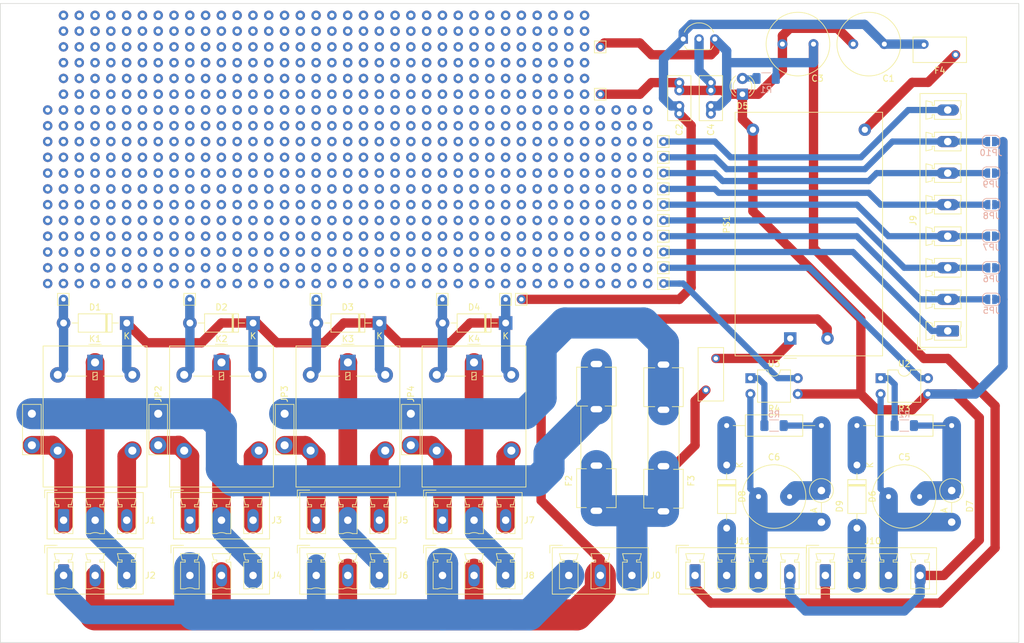
<source format=kicad_pcb>
(kicad_pcb (version 20241229) (generator "pcbnew") (generator_version "9.0")
  (layers (0 "F.Cu" signal) (2 "B.Cu" signal) (13 "F.Paste" user) (15 "B.Paste" user) (5 "F.SilkS" user "F.Silkscreen") (7 "B.SilkS" user "B.Silkscreen") (1 "F.Mask" user) (3 "B.Mask" user) (25 "Edge.Cuts" user))
  (net 0 "")
  (net 1 "VCC")
  (net 2 "GND")
  (net 3 "+5V")
  (net 4 "Net-(D7-K)")
  (net 5 "Net-(D7-A)")
  (net 6 "Net-(D9-K)")
  (net 7 "Net-(D9-A)")
  (net 8 "Net-(D1-A)")
  (net 9 "Net-(D2-A)")
  (net 10 "Net-(D3-A)")
  (net 11 "Net-(D4-A)")
  (net 12 "Net-(D5-A)")
  (net 13 "Net-(D6-K)")
  (net 14 "Net-(D6-A)")
  (net 15 "Net-(D8-K)")
  (net 16 "Net-(D8-A)")
  (net 17 "Net-(J0-Pin_3)")
  (net 18 "Net-(PS1-AC{slash}L)")
  (net 19 "L_K12")
  (net 20 "L_K34")
  (net 21 "NEUT")
  (net 22 "Earth_Protective")
  (net 23 "Net-(J1-Pin_1)")
  (net 24 "Net-(J1-Pin_2)")
  (net 25 "Net-(J1-Pin_3)")
  (net 26 "Net-(J3-Pin_1)")
  (net 27 "Net-(J3-Pin_2)")
  (net 28 "Net-(J3-Pin_3)")
  (net 29 "Net-(J5-Pin_1)")
  (net 30 "Net-(J5-Pin_2)")
  (net 31 "Net-(J5-Pin_3)")
  (net 32 "Net-(J7-Pin_1)")
  (net 33 "Net-(J7-Pin_2)")
  (net 34 "Net-(J7-Pin_3)")
  (net 35 "Net-(J9-Pin_1)")
  (net 36 "Net-(J9-Pin_2)")
  (net 37 "Net-(J9-Pin_3)")
  (net 38 "Net-(J9-Pin_4)")
  (net 39 "Net-(J9-Pin_5)")
  (net 40 "Net-(J9-Pin_6)")
  (net 41 "Net-(J9-Pin_7)")
  (net 42 "Net-(J9-Pin_8)")
  (net 43 "Net-(R2-Pad2)")
  (net 44 "Net-(R5-Pad2)")
  (net 45 "Net-(TP17-Pad1)")
  (net 46 "Net-(PS1-+Vout)")
  (net 47 "Net-(TP19-Pad1)")
  (net 48 "COM_RELAY")
  (footprint "Resistor_THT:R_Axial_DIN0309_L9.0mm_D3.2mm_P15.24mm_Horizontal" (layer "F.Cu") (at 198.755 111.125)
    (property "Reference" "R3")
    (property "Value" "100k/3W")
  )
  (footprint "" (layer "F.Cu") (at 68.58 65.405)
    (property "Reference" "")
    (property "Value" "")
  )
  (footprint "" (layer "F.Cu") (at 68.58 60.325)
    (property "Reference" "")
    (property "Value" "")
  )
  (footprint "Diode_THT:D_DO-41_SOD81_P10.16mm_Horizontal" (layer "F.Cu") (at 198.755 117.475 -90)
    (property "Reference" "D6")
    (property "Value" "D")
  )
  (footprint "Fuse:Fuse_BelFuse_0ZRE0005FF_L8.3mm_W3.8mm" (layer "F.Cu") (at 174.46 105.42 90)
    (property "Reference" "F1" (hide yes))
    (property "Value" "INT")
  )
  (footprint "Connector_Pin:Pin_D0.7mm_L6.5mm_W1.8mm_FlatFork" (layer "F.Cu") (at 167.64 78.105)
    (property "Reference" "TP11" (hide yes))
    (property "Value" "TestPoint" (hide yes))
  )
  (footprint "" (layer "F.Cu") (at 68.58 62.865)
    (property "Reference" "")
    (property "Value" "")
  )
  (footprint "Diode_THT:D_DO-41_SOD81_P10.16mm_Horizontal" (layer "F.Cu") (at 81.2975 94.615 180)
    (property "Reference" "D1")
    (property "Value" "1N4007")
  )
  (footprint "Diode_THT:D_DO-41_SOD81_P10.16mm_Horizontal" (layer "F.Cu") (at 177.8 117.475 -90)
    (property "Reference" "D8")
    (property "Value" "D")
  )
  (footprint "" (layer "F.Cu") (at 68.58 67.945)
    (property "Reference" "")
    (property "Value" "")
  )
  (footprint "Connector_Phoenix_MC_HighVoltage:PhoenixContact_MCV_1,5_8-G-5.08_1x08_P5.08mm_Vertical" (layer "F.Cu") (at 213.36 95.885 90)
    (property "Reference" "J9")
    (property "Value" "IO")
  )
  (footprint "Connector_Phoenix_MC_HighVoltage:PhoenixContact_MCV_1,5_3-G-5.08_1x03_P5.08mm_Vertical" (layer "F.Cu") (at 152.4 135.255)
    (property "Reference" "J0")
    (property "Value" "AC IN")
  )
  (footprint "Connector_Pin:Pin_D0.7mm_L6.5mm_W1.8mm_FlatFork" (layer "F.Cu") (at 111.76 90.805)
    (property "Reference" "TP6" (hide yes))
    (property "Value" "TestPoint" (hide yes))
  )
  (footprint "Package_TO_SOT_THT:TO-92L_Inline_Wide" (layer "F.Cu") (at 170.815 48.895)
    (property "Reference" "U1" (hide yes))
    (property "Value" "L7805")
  )
  (footprint "Capacitor_THT:C_Radial_D10.0mm_H20.0mm_P5.00mm" (layer "F.Cu") (at 187.92 122.555 180)
    (property "Reference" "C6")
    (property "Value" "C_Polarized")
  )
  (footprint "Capacitor_THT:C_Radial_D10.0mm_H20.0mm_P5.00mm" (layer "F.Cu") (at 208.835 122.555 180)
    (property "Reference" "C5")
    (property "Value" "C_Polarized")
  )
  (footprint "" (layer "F.Cu") (at 68.58 73.025)
    (property "Reference" "")
    (property "Value" "")
  )
  (footprint "Connector_Pin:Pin_D0.7mm_L6.5mm_W1.8mm_FlatFork" (layer "F.Cu") (at 167.64 83.185)
    (property "Reference" "TP9" (hide yes))
    (property "Value" "TestPoint" (hide yes))
  )
  (footprint "Relay_THT:Relay_SPDT_Omron-G5LE-1" (layer "F.Cu") (at 96.5375 100.965)
    (property "Reference" "K2")
    (property "Value" "G5LE-1")
  )
  (footprint "Fuse:Fuseholder_Clip-5x20mm_Keystone_3512_Inline_P23.62x7.27mm_D1.02x1.57mm_Horizontal" (layer "F.Cu") (at 167.64 124.935 90)
    (property "Reference" "F3")
    (property "Value" "K34")
  )
  (footprint "Connector_Phoenix_MC_HighVoltage:PhoenixContact_MCV_1,5_3-G-5.08_1x03_P5.08mm_Vertical" (layer "F.Cu") (at 132.08875 126.365)
    (property "Reference" "J7")
    (property "Value" "K4_DRY")
  )
  (footprint "Connector_Pin:Pin_D0.7mm_L6.5mm_W1.8mm_FlatFork" (layer "F.Cu") (at 157.48 57.785)
    (property "Reference" "TP22" (hide yes))
    (property "Value" "TestPoint" (hide yes))
  )
  (footprint "MountingHole:MountingHole_2.2mm_M2" (layer "F.Cu") (at 161 54)
    (property "Reference" "H3" (hide yes))
    (property "Value" "MountingHole")
  )
  (footprint "Connector_Phoenix_MC_HighVoltage:PhoenixContact_MCV_1,5_3-G-5.08_1x03_P5.08mm_Vertical" (layer "F.Cu") (at 132.08875 135.255)
    (property "Reference" "J8")
    (property "Value" "K4_230VAC" (hide yes))
  )
  (footprint "Capacitor_THT:C_Radial_D10.0mm_H20.0mm_P5.00mm" (layer "F.Cu") (at 203.16 49.715 180)
    (property "Reference" "C1")
    (property "Value" "C_Polarized")
  )
  (footprint "" (layer "F.Cu") (at 68.58 75.565)
    (property "Reference" "")
    (property "Value" "")
  )
  (footprint "Connector_Pin:Pin_D0.7mm_L6.5mm_W1.8mm_FlatFork" (layer "F.Cu") (at 157.48 50.165)
    (property "Reference" "TP21" (hide yes))
    (property "Value" "TestPoint" (hide yes))
  )
  (footprint "Diode_THT:D_DO-41_SOD81_P10.16mm_Horizontal" (layer "F.Cu") (at 121.955 94.615 180)
    (property "Reference" "D3")
    (property "Value" "1N4007")
  )
  (footprint "Connector_Pin:Pin_D0.7mm_L6.5mm_W1.8mm_FlatFork" (layer "F.Cu") (at 167.64 85.725)
    (property "Reference" "TP17" (hide yes))
    (property "Value" "TestPoint" (hide yes))
  )
  (footprint "Diode_THT:D_DO-15_P5.08mm_Vertical_AnodeUp" (layer "F.Cu") (at 193.04 121.585 -90)
    (property "Reference" "D9")
    (property "Value" "5v1")
  )
  (footprint "" (layer "F.Cu") (at 68.58 85.725)
    (property "Reference" "")
    (property "Value" "")
  )
  (footprint "Connector_Pin:Pin_D0.7mm_L6.5mm_W1.8mm_FlatFork" (layer "F.Cu") (at 167.64 73.025)
    (property "Reference" "TP13" (hide yes))
    (property "Value" "TestPoint" (hide yes))
  )
  (footprint "MountingHole:MountingHole_2.2mm_M2" (layer "F.Cu") (at 67.1 54)
    (property "Reference" "H1" (hide yes))
    (property "Value" "MountingHole")
  )
  (footprint "" (layer "F.Cu") (at 68.58 88.265)
    (property "Reference" "")
    (property "Value" "")
  )
  (footprint "Relay_THT:Relay_SPDT_Omron-G5LE-1" (layer "F.Cu") (at 116.875 100.965)
    (property "Reference" "K3")
    (property "Value" "G5LE-1")
  )
  (footprint "Relay_THT:Relay_SPDT_Omron-G5LE-1" (layer "F.Cu") (at 76.2 100.965)
    (property "Reference" "K1")
    (property "Value" "G5LE-1")
  )
  (footprint "Relay_THT:Relay_SPDT_Omron-G5LE-1" (layer "F.Cu") (at 137.16 100.965)
    (property "Reference" "K4")
    (property "Value" "G5LE-1")
  )
  (footprint "" (layer "F.Cu") (at 68.58 78.105)
    (property "Reference" "")
    (property "Value" "")
  )
  (footprint "Connector_Pin:Pin_D0.7mm_L6.5mm_W1.8mm_FlatFork" (layer "F.Cu") (at 71.12 90.805)
    (property "Reference" "TP2" (hide yes))
    (property "Value" "TestPoint" (hide yes))
  )
  (footprint "Fuse:Fuseholder_Clip-5x20mm_Keystone_3512_Inline_P23.62x7.27mm_D1.02x1.57mm_Horizontal" (layer "F.Cu") (at 156.845 124.84 90)
    (property "Reference" "F2")
    (property "Value" "K12")
  )
  (footprint "Connector_Pin:Pin_D0.7mm_L6.5mm_W1.8mm_FlatFork" (layer "F.Cu") (at 167.64 80.645)
    (property "Reference" "TP10" (hide yes))
    (property "Value" "TestPoint" (hide yes))
  )
  (footprint "LED_THT:LED_D3.0mm" (layer "F.Cu") (at 180.34 57.785 90)
    (property "Reference" "D5")
    (property "Value" "POWER ON")
  )
  (footprint "Connector_Phoenix_MC_HighVoltage:PhoenixContact_MCV_1,5_3-G-5.08_1x03_P5.08mm_Vertical" (layer "F.Cu") (at 91.4575 126.365)
    (property "Reference" "J3")
    (property "Value" "K2_DRY")
  )
  (footprint "TestPoint:TestPoint_2Pads_Pitch5.08mm_Drill1.3mm" (layer "F.Cu") (at 127 109.22 -90)
    (property "Reference" "JP4")
    (property "Value" "K4_WET")
  )
  (footprint "MountingHole:MountingHole_2.2mm_M2" (layer "F.Cu") (at 220.5 142)
    (property "Reference" "H6" (hide yes))
    (property "Value" "MountingHole")
  )
  (footprint "Connector_Pin:Pin_D0.7mm_L6.5mm_W1.8mm_FlatFork" (layer "F.Cu") (at 167.64 70.485)
    (property "Reference" "TP14" (hide yes))
    (property "Value" "TestPoint" (hide yes))
  )
  (footprint "Connector_Pin:Pin_D0.7mm_L6.5mm_W1.8mm_FlatFork" (layer "F.Cu") (at 142.24 90.805)
    (property "Reference" "TP1" (hide yes))
    (property "Value" "TestPoint" (hide yes))
  )
  (footprint "Connector_Phoenix_MC_HighVoltage:PhoenixContact_MCV_1,5_3-G-5.08_1x03_P5.08mm_Vertical" (layer "F.Cu") (at 111.7775 126.365)
    (property "Reference" "J5")
    (property "Value" "K3_DRY")
  )
  (footprint "" (layer "F.Cu") (at 68.58 83.185)
    (property "Reference" "")
    (property "Value" "")
  )
  (footprint "pad_array" (layer "F.Cu") (at 71.12 88.265)
    (property "Reference" "REF**" (hide yes))
    (property "Value" "pad_array" (hide yes))
  )
  (footprint "Connector_Phoenix_MC_HighVoltage:PhoenixContact_MCV_1,5_4-G-5.08_1x04_P5.08mm_Vertical" (layer "F.Cu") (at 193.675 135.255)
    (property "Reference" "J10")
    (property "Value" "IN1_WET")
  )
  (footprint "Capacitor_THT:C_Radial_D10.0mm_H20.0mm_P5.00mm" (layer "F.Cu") (at 191.77 49.715 180)
    (property "Reference" "C3")
    (property "Value" "C_Polarized")
  )
  (footprint "Capacitor_THT:C_Rect_L7.0mm_W3.5mm_P2.50mm_P5.00mm" (layer "F.Cu") (at 170.18 60.92 90)
    (property "Reference" "C2")
    (property "Value" "C")
  )
  (footprint "Diode_THT:D_DO-41_SOD81_P10.16mm_Horizontal" (layer "F.Cu") (at 142.24875 94.615 180)
    (property "Reference" "D4")
    (property "Value" "1N4007")
  )
  (footprint "Connector_Pin:Pin_D0.7mm_L6.5mm_W1.8mm_FlatFork" (layer "F.Cu") (at 132.08 90.805)
    (property "Reference" "TP8" (hide yes))
    (property "Value" "TestPoint" (hide yes))
  )
  (footprint "Converter_ACDC:Converter_ACDC_HiLink_HLK-5Mxx" (layer "F.Cu") (at 188.025 97.1 90)
    (property "Reference" "PS1")
    (property "Value" "HLK-5M12")
  )
  (footprint "" (layer "F.Cu") (at 68.58 70.485)
    (property "Reference" "")
    (property "Value" "")
  )
  (footprint "Connector_Pin:Pin_D0.7mm_L6.5mm_W1.8mm_FlatFork" (layer "F.Cu") (at 91.44 90.805)
    (property "Reference" "TP4" (hide yes))
    (property "Value" "TestPoint" (hide yes))
  )
  (footprint "TestPoint:TestPoint_2Pads_Pitch5.08mm_Drill1.3mm" (layer "F.Cu") (at 86.36 109.22 -90)
    (property "Reference" "JP2")
    (property "Value" "K2_WET")
  )
  (footprint "Package_DIP:DIP-4_W7.62mm" (layer "F.Cu") (at 202.565 103.505)
    (property "Reference" "U2")
    (property "Value" "PC817")
  )
  (footprint "Connector_Phoenix_MC_HighVoltage:PhoenixContact_MCV_1,5_3-G-5.08_1x03_P5.08mm_Vertical" (layer "F.Cu") (at 91.4575 135.255)
    (property "Reference" "J4")
    (property "Value" "K2_230VAC" (hide yes))
  )
  (footprint "Connector_Phoenix_MC_HighVoltage:PhoenixContact_MCV_1,5_3-G-5.08_1x03_P5.08mm_Vertical" (layer "F.Cu") (at 71.1375 126.365)
    (property "Reference" "J1")
    (property "Value" "K1_DRY")
  )
  (footprint "Fuse:Fuse_BelFuse_0ZRE0005FF_L8.3mm_W3.8mm" (layer "F.Cu") (at 214.63 51.435 180)
    (property "Reference" "F4")
    (property "Value" "INT_LV")
  )
  (footprint "MountingHole:MountingHole_2.2mm_M2" (layer "F.Cu") (at 161 142)
    (property "Reference" "H4" (hide yes))
    (property "Value" "MountingHole")
  )
  (footprint "Connector_Pin:Pin_D0.7mm_L6.5mm_W1.8mm_FlatFork" (layer "F.Cu") (at 167.64 75.565)
    (property "Reference" "TP12" (hide yes))
    (property "Value" "TestPoint" (hide yes))
  )
  (footprint "TestPoint:TestPoint_2Pads_Pitch5.08mm_Drill1.3mm" (layer "F.Cu") (at 66.04 109.22 -90)
    (property "Reference" "JP1" (hide yes))
    (property "Value" "K1_WET")
  )
  (footprint "MountingHole:MountingHole_2.2mm_M2" (layer "F.Cu") (at 67.1 142)
    (property "Reference" "H2" (hide yes))
    (property "Value" "MountingHole")
  )
  (footprint "Connector_Phoenix_MC_HighVoltage:PhoenixContact_MCV_1,5_4-G-5.08_1x04_P5.08mm_Vertical" (layer "F.Cu") (at 172.72 135.255)
    (property "Reference" "J11")
    (property "Value" "IN2_WET")
  )
  (footprint "MountingHole:MountingHole_2.2mm_M2" (layer "F.Cu") (at 220.5 54)
    (property "Reference" "H5" (hide yes))
    (property "Value" "MountingHole")
  )
  (footprint "Connector_Pin:Pin_D0.7mm_L6.5mm_W1.8mm_FlatFork" (layer "F.Cu") (at 167.64 88.265)
    (property "Reference" "TP19" (hide yes))
    (property "Value" "TestPoint" (hide yes))
  )
  (footprint "Connector_Phoenix_MC_HighVoltage:PhoenixContact_MCV_1,5_3-G-5.08_1x03_P5.08mm_Vertical" (layer "F.Cu") (at 71.1375 135.255)
    (property "Reference" "J2")
    (property "Value" "K1_230VAC" (hide yes))
  )
  (footprint "TestPoint:TestPoint_2Pads_Pitch5.08mm_Drill1.3mm" (layer "F.Cu") (at 106.6975 109.22 -90)
    (property "Reference" "JP3")
    (property "Value" "K3_WET")
  )
  (footprint "Package_DIP:DIP-4_W7.62mm" (layer "F.Cu") (at 181.62 103.5)
    (property "Reference" "U3")
    (property "Value" "PC817")
  )
  (footprint "Connector_Pin:Pin_D0.7mm_L6.5mm_W1.8mm_FlatFork" (layer "F.Cu") (at 144.78 90.805)
    (property "Reference" "TP20" (hide yes))
    (property "Value" "TestPoint" (hide yes))
  )
  (footprint "Capacitor_THT:C_Rect_L7.0mm_W3.5mm_P2.50mm_P5.00mm" (layer "F.Cu") (at 175.26 60.92 90)
    (property "Reference" "C4")
    (property "Value" "C")
  )
  (footprint "Connector_Phoenix_MC_HighVoltage:PhoenixContact_MCV_1,5_3-G-5.08_1x03_P5.08mm_Vertical" (layer "F.Cu") (at 111.7775 135.255)
    (property "Reference" "J6")
    (property "Value" "K3_230VAC" (hide yes))
  )
  (footprint "Resistor_THT:R_Axial_DIN0309_L9.0mm_D3.2mm_P15.24mm_Horizontal" (layer "F.Cu") (at 177.8 111.125)
    (property "Reference" "R4")
    (property "Value" "100k/3W")
  )
  (footprint "Connector_Pin:Pin_D0.7mm_L6.5mm_W1.8mm_FlatFork" (layer "F.Cu") (at 167.64 65.405)
    (property "Reference" "TP16" (hide yes))
    (property "Value" "TestPoint" (hide yes))
  )
  (footprint "Connector_Pin:Pin_D0.7mm_L6.5mm_W1.8mm_FlatFork" (layer "F.Cu") (at 167.64 67.945)
    (property "Reference" "TP15" (hide yes))
    (property "Value" "TestPoint" (hide yes))
  )
  (footprint "" (layer "F.Cu") (at 68.58 80.645)
    (property "Reference" "")
    (property "Value" "")
  )
  (footprint "Diode_THT:D_DO-41_SOD81_P10.16mm_Horizontal" (layer "F.Cu") (at 101.6175 94.615 180)
    (property "Reference" "D2")
    (property "Value" "1N4007")
  )
  (footprint "Diode_THT:D_DO-15_P5.08mm_Vertical_AnodeUp" (layer "F.Cu") (at 213.995 121.585 -90)
    (property "Reference" "D7")
    (property "Value" "5v1")
  )
  (footprint "Jumper:SolderJumper-2_P1.3mm_Open_RoundedPad1.0x1.5mm" (layer "B.Cu") (at 220.33 65.405)
    (property "Reference" "JP10")
    (property "Value" "~")
  )
  (footprint "Jumper:SolderJumper-2_P1.3mm_Open_RoundedPad1.0x1.5mm" (layer "B.Cu") (at 220.36 75.565)
    (property "Reference" "JP8")
    (property "Value" "~")
  )
  (footprint "Jumper:SolderJumper-2_P1.3mm_Open_RoundedPad1.0x1.5mm" (layer "B.Cu") (at 220.33 80.645)
    (property "Reference" "JP7")
    (property "Value" "~")
  )
  (footprint "Jumper:SolderJumper-2_P1.3mm_Open_RoundedPad1.0x1.5mm" (layer "B.Cu") (at 220.36 85.725)
    (property "Reference" "JP6")
    (property "Value" "~")
  )
  (footprint "Jumper:SolderJumper-2_P1.3mm_Open_RoundedPad1.0x1.5mm" (layer "B.Cu") (at 220.36 90.805)
    (property "Reference" "JP5")
    (property "Value" "~")
  )
  (footprint "Resistor_SMD:R_1206_3216Metric_Pad1.30x1.75mm_HandSolder" (layer "B.Cu") (at 184.15 55.245)
    (property "Reference" "R1")
    (property "Value" "R")
  )
  (footprint "Resistor_SMD:R_1206_3216Metric_Pad1.30x1.75mm_HandSolder" (layer "B.Cu") (at 206.375 111.125 180)
    (property "Reference" "R2")
    (property "Value" "1k")
  )
  (footprint "Resistor_SMD:R_1206_3216Metric_Pad1.30x1.75mm_HandSolder" (layer "B.Cu") (at 185.42 111.125 180)
    (property "Reference" "R5")
    (property "Value" "1k")
  )
  (footprint "Jumper:SolderJumper-2_P1.3mm_Open_RoundedPad1.0x1.5mm" (layer "B.Cu") (at 220.33 70.485)
    (property "Reference" "JP9")
    (property "Value" "~")
  )
  (gr_rect (start 60.96 43.18) (end 224.79 146.05) (stroke (width 0.1)) (fill no) (layer "Edge.Cuts"))
  (segment (start 144.78 90.805) (end 170.18 90.805) (width 1.5) (layer "F.Cu") (net 1))
  (segment (start 170.18 90.805) (end 172.085 88.9) (width 1.5) (layer "F.Cu") (net 1))
  (segment (start 172.085 88.9) (end 172.085 62.825) (width 1.5) (layer "F.Cu") (net 1))
  (segment (start 172.085 62.825) (end 170.18 60.92) (width 1.5) (layer "F.Cu") (net 1))
  (segment (start 172.085 46.54) (end 199.985 46.54) (width 1.5) (layer "B.Cu") (net 1))
  (segment (start 167.64 52.07) (end 170.815 48.895) (width 1.5) (layer "B.Cu") (net 1))
  (segment (start 168.89 59.67) (end 167.64 58.42) (width 1.5) (layer "B.Cu") (net 1))
  (segment (start 170.815 47.81) (end 172.085 46.54) (width 1.5) (layer "B.Cu") (net 1))
  (segment (start 199.985 46.54) (end 203.16 49.715) (width 1.5) (layer "B.Cu") (net 1))
  (segment (start 170.815 48.895) (end 170.815 47.81) (width 1.5) (layer "B.Cu") (net 1))
  (segment (start 170.18 60.92) (end 170.18 59.67) (width 1.5) (layer "B.Cu") (net 1))
  (segment (start 203.16 49.715) (end 209.55 49.715) (width 1.5) (layer "B.Cu") (net 1))
  (segment (start 167.64 58.42) (end 167.64 52.07) (width 1.5) (layer "B.Cu") (net 1))
  (segment (start 170.18 59.67) (end 168.89 59.67) (width 1.5) (layer "B.Cu") (net 1))
  (segment (start 175.26 57.17) (end 177.185 57.17) (width 1.5) (layer "F.Cu") (net 2))
  (segment (start 163.83 57.785) (end 157.48 57.785) (width 1.5) (layer "F.Cu") (net 2))
  (segment (start 186.77 48.365) (end 187.96 47.175) (width 1.5) (layer "F.Cu") (net 2))
  (segment (start 175.26 57.17) (end 173.355 57.17) (width 1.5) (layer "F.Cu") (net 2))
  (segment (start 177.8 57.785) (end 180.34 57.785) (width 1.5) (layer "F.Cu") (net 2))
  (segment (start 182.025 63.5) (end 182.025 76.615) (width 1.5) (layer "F.Cu") (net 2))
  (segment (start 218.44 109.855) (end 218.44 129.54) (width 1.5) (layer "F.Cu") (net 2))
  (segment (start 165.695 55.92) (end 163.83 57.785) (width 1.5) (layer "F.Cu") (net 2))
  (segment (start 177.185 57.17) (end 177.8 57.785) (width 1.5) (layer "F.Cu") (net 2))
  (segment (start 170.18 57.17) (end 170.18 55.92) (width 1.5) (layer "F.Cu") (net 2))
  (segment (start 180.34 57.785) (end 180.34 61.815) (width 1.5) (layer "F.Cu") (net 2))
  (segment (start 212.725 135.255) (end 208.915 135.255) (width 1.5) (layer "F.Cu") (net 2))
  (segment (start 201.93 108.585) (end 199.385 106.04) (width 1.5) (layer "F.Cu") (net 2))
  (segment (start 199.39 106.035) (end 199.385 106.04) (width 1.5) (layer "F.Cu") (net 2))
  (segment (start 210.185 106.045) (end 214.63 106.045) (width 1.5) (layer "F.Cu") (net 2))
  (segment (start 210.185 106.045) (end 207.645 108.585) (width 1.5) (layer "F.Cu") (net 2))
  (segment (start 173.355 57.17) (end 170.18 57.17) (width 1.5) (layer "F.Cu") (net 2))
  (segment (start 198.16 49.715) (end 195.62 47.175) (width 1.5) (layer "F.Cu") (net 2))
  (segment (start 180.34 61.815) (end 182.025 63.5) (width 1.5) (layer "F.Cu") (net 2))
  (segment (start 175.26 57.17) (end 175.26 55.92) (width 1.5) (layer "F.Cu") (net 2))
  (segment (start 208.915 134.62) (end 208.915 135.255) (width 1.5) (layer "F.Cu") (net 2))
  (segment (start 186.77 53.895) (end 186.77 49.715) (width 1.5) (layer "F.Cu") (net 2))
  (segment (start 207.645 108.585) (end 201.93 108.585) (width 1.5) (layer "F.Cu") (net 2))
  (segment (start 186.77 49.715) (end 186.77 48.365) (width 1.5) (layer "F.Cu") (net 2))
  (segment (start 170.18 55.92) (end 165.695 55.92) (width 1.5) (layer "F.Cu") (net 2))
  (segment (start 187.96 47.175) (end 195.62 47.175) (width 1.5) (layer "F.Cu") (net 2))
  (segment (start 180.34 57.785) (end 182.88 57.785) (width 1.5) (layer "F.Cu") (net 2))
  (segment (start 199.385 106.04) (end 189.24 106.04) (width 1.5) (layer "F.Cu") (net 2))
  (segment (start 218.44 129.54) (end 212.725 135.255) (width 1.5) (layer "F.Cu") (net 2))
  (segment (start 182.88 57.785) (end 186.77 53.895) (width 1.5) (layer "F.Cu") (net 2))
  (segment (start 182.025 76.615) (end 199.39 93.98) (width 1.5) (layer "F.Cu") (net 2))
  (segment (start 214.63 106.045) (end 218.44 109.855) (width 1.5) (layer "F.Cu") (net 2))
  (segment (start 199.39 93.98) (end 199.39 106.035) (width 1.5) (layer "F.Cu") (net 2))
  (segment (start 208.915 138.43) (end 206.375 140.97) (width 1.5) (layer "B.Cu") (net 2))
  (segment (start 217.805 106.045) (end 210.185 106.045) (width 1.5) (layer "B.Cu") (net 2))
  (segment (start 173.355 48.895) (end 173.355 54.015) (width 1.5) (layer "B.Cu") (net 2))
  (segment (start 220.98 70.485) (end 222.25 70.485) (width 1) (layer "B.Cu") (net 2))
  (segment (start 187.96 138.43) (end 187.96 135.255) (width 1.5) (layer "B.Cu") (net 2))
  (segment (start 220.98 65.405) (end 222.25 65.405) (width 1) (layer "B.Cu") (net 2))
  (segment (start 173.355 54.015) (end 175.26 55.92) (width 1.5) (layer "B.Cu") (net 2))
  (segment (start 221.01 90.805) (end 222.25 90.805) (width 1) (layer "B.Cu") (net 2))
  (segment (start 222.25 101.6) (end 222.25 90.805) (width 1.5) (layer "B.Cu") (net 2))
  (segment (start 222.25 101.6) (end 217.805 106.045) (width 1.5) (layer "B.Cu") (net 2))
  (segment (start 222.25 90.805) (end 222.25 70.485) (width 1.5) (layer "B.Cu") (net 2))
  (segment (start 222.25 70.485) (end 222.25 65.405) (width 1.5) (layer "B.Cu") (net 2))
  (segment (start 190.5 140.97) (end 187.96 138.43) (width 1.5) (layer "B.Cu") (net 2))
  (segment (start 206.375 140.97) (end 190.5 140.97) (width 1.5) (layer "B.Cu") (net 2))
  (segment (start 220.98 80.645) (end 222.25 80.645) (width 1) (layer "B.Cu") (net 2))
  (segment (start 208.915 135.255) (end 208.915 138.43) (width 1.5) (layer "B.Cu") (net 2))
  (segment (start 221.01 85.725) (end 222.25 85.725) (width 1) (layer "B.Cu") (net 2))
  (segment (start 221.01 75.565) (end 222.25 75.565) (width 1) (layer "B.Cu") (net 2))
  (segment (start 220.98 107.95) (end 220.98 130.81) (width 1.5) (layer "F.Cu") (net 3))
  (segment (start 175.895 48.895) (end 175.895 50.8) (width 1.5) (layer "F.Cu") (net 3))
  (segment (start 158.115 49.53) (end 157.48 50.165) (width 1.5) (layer "F.Cu") (net 3))
  (segment (start 191.77 82.55) (end 209.55 100.33) (width 1.5) (layer "F.Cu") (net 3))
  (segment (start 191.77 49.715) (end 191.77 82.55) (width 1.5) (layer "F.Cu") (net 3))
  (segment (start 165.735 51.435) (end 163.83 49.53) (width 1.5) (layer "F.Cu") (net 3))
  (segment (start 163.83 49.53) (end 158.115 49.53) (width 1.5) (layer "F.Cu") (net 3))
  (segment (start 220.98 130.81) (end 212.09 139.7) (width 1.5) (layer "F.Cu") (net 3))
  (segment (start 172.72 137.16) (end 175.26 139.7) (width 1.5) (layer "F.Cu") (net 3))
  (segment (start 172.72 135.255) (end 172.72 137.16) (width 1.5) (layer "F.Cu") (net 3))
  (segment (start 193.675 139.7) (end 193.675 135.255) (width 1.5) (layer "F.Cu") (net 3))
  (segment (start 193.675 139.7) (end 175.26 139.7) (width 1.5) (layer "F.Cu") (net 3))
  (segment (start 213.36 100.33) (end 220.98 107.95) (width 1.5) (layer "F.Cu") (net 3))
  (segment (start 212.09 139.7) (end 193.675 139.7) (width 1.5) (layer "F.Cu") (net 3))
  (segment (start 175.26 51.435) (end 165.735 51.435) (width 1.5) (layer "F.Cu") (net 3))
  (segment (start 209.55 100.33) (end 213.36 100.33) (width 1.5) (layer "F.Cu") (net 3))
  (segment (start 175.895 50.8) (end 175.26 51.435) (width 1.5) (layer "F.Cu") (net 3))
  (segment (start 177.8 52.705) (end 185.42 52.705) (width 1.5) (layer "B.Cu") (net 3))
  (segment (start 185.42 52.705) (end 191.77 52.705) (width 1.5) (layer "B.Cu") (net 3))
  (segment (start 175.26 60.92) (end 175.26 59.67) (width 1.5) (layer "B.Cu") (net 3))
  (segment (start 175.26 59.67) (end 176.55 59.67) (width 1.5) (layer "B.Cu") (net 3))
  (segment (start 185.7 52.985) (end 185.42 52.705) (width 1) (layer "B.Cu") (net 3))
  (segment (start 176.55 59.67) (end 177.8 58.42) (width 1.5) (layer "B.Cu") (net 3))
  (segment (start 185.7 55.245) (end 185.7 52.985) (width 1) (layer "B.Cu") (net 3))
  (segment (start 177.8 58.42) (end 177.8 52.705) (width 1.5) (layer "B.Cu") (net 3))
  (segment (start 177.8 50.8) (end 177.8 52.705) (width 1.5) (layer "B.Cu") (net 3))
  (segment (start 175.895 48.895) (end 177.8 50.8) (width 1.5) (layer "B.Cu") (net 3))
  (segment (start 191.77 52.705) (end 191.77 49.715) (width 1.5) (layer "B.Cu") (net 3))
  (segment (start 213.995 121.585) (end 209.805 121.585) (width 3) (layer "B.Cu") (net 4))
  (segment (start 209.805 121.585) (end 208.835 122.555) (width 3) (layer "B.Cu") (net 4))
  (segment (start 213.995 121.585) (end 213.995 111.125) (width 3) (layer "B.Cu") (net 4))
  (segment (start 207.925 111.125) (end 213.995 111.125) (width 1) (layer "B.Cu") (net 4))
  (segment (start 203.835 125.73) (end 203.835 135.255) (width 3) (layer "B.Cu") (net 5))
  (segment (start 204.77 126.665) (end 203.835 125.73) (width 3) (layer "B.Cu") (net 5))
  (segment (start 202.565 121.285) (end 203.835 122.555) (width 1) (layer "B.Cu") (net 5))
  (segment (start 203.835 122.555) (end 203.835 125.73) (width 3) (layer "B.Cu") (net 5))
  (segment (start 203.835 135.255) (end 203.835 136.525) (width 3) (layer "B.Cu") (net 5))
  (segment (start 213.995 126.665) (end 204.77 126.665) (width 3) (layer "B.Cu") (net 5))
  (segment (start 202.565 106.045) (end 202.565 121.285) (width 1) (layer "B.Cu") (net 5))
  (segment (start 186.97 111.125) (end 193.04 111.125) (width 1) (layer "B.Cu") (net 6))
  (segment (start 193.04 121.585) (end 193.04 111.125) (width 3) (layer "B.Cu") (net 6))
  (segment (start 193.04 121.585) (end 188.85 121.585) (width 3) (layer "B.Cu") (net 6))
  (segment (start 188.85 121.585) (end 187.88 122.555) (width 3) (layer "B.Cu") (net 6))
  (segment (start 181.61 106.045) (end 181.61 121.285) (width 1) (layer "B.Cu") (net 7))
  (segment (start 182.88 135.255) (end 182.88 136.525) (width 3) (layer "B.Cu") (net 7))
  (segment (start 183.815 126.665) (end 182.88 125.73) (width 3) (layer "B.Cu") (net 7))
  (segment (start 182.88 122.555) (end 182.88 125.73) (width 3) (layer "B.Cu") (net 7))
  (segment (start 193.04 126.665) (end 183.815 126.665) (width 3) (layer "B.Cu") (net 7))
  (segment (start 181.61 121.285) (end 182.88 122.555) (width 1) (layer "B.Cu") (net 7))
  (segment (start 182.88 125.73) (end 182.88 135.255) (width 3) (layer "B.Cu") (net 7))
  (segment (start 71.1375 94.615) (end 71.1375 102.0275) (width 1.5) (layer "B.Cu") (net 8))
  (segment (start 71.1375 102.0275) (end 70.2 102.965) (width 1.5) (layer "B.Cu") (net 8))
  (segment (start 71.12 94.5975) (end 71.1375 94.615) (width 1.5) (layer "B.Cu") (net 8))
  (segment (start 71.12 90.805) (end 71.12 94.5975) (width 1.5) (layer "B.Cu") (net 8))
  (segment (start 91.4575 94.615) (end 91.4575 102.045) (width 1.5) (layer "B.Cu") (net 9))
  (segment (start 91.44 90.805) (end 91.44 94.5975) (width 1.5) (layer "B.Cu") (net 9))
  (segment (start 91.4575 102.045) (end 90.5375 102.965) (width 1.5) (layer "B.Cu") (net 9))
  (segment (start 91.44 94.5975) (end 91.4575 94.615) (width 1.5) (layer "B.Cu") (net 9))
  (segment (start 111.795 94.615) (end 111.795 102.045) (width 1.5) (layer "B.Cu") (net 10))
  (segment (start 111.76 94.58) (end 111.795 94.615) (width 1.5) (layer "B.Cu") (net 10))
  (segment (start 111.795 102.045) (end 110.875 102.965) (width 1.5) (layer "B.Cu") (net 10))
  (segment (start 111.76 90.805) (end 111.76 94.58) (width 1.5) (layer "B.Cu") (net 10))
  (segment (start 132.08875 102.03625) (end 131.16 102.965) (width 1.5) (layer "B.Cu") (net 11))
  (segment (start 132.08 90.805) (end 132.08 94.60625) (width 1.5) (layer "B.Cu") (net 11))
  (segment (start 132.08 94.60625) (end 132.08875 94.615) (width 1.5) (layer "B.Cu") (net 11))
  (segment (start 132.08875 94.615) (end 132.08875 102.03625) (width 1.5) (layer "B.Cu") (net 11))
  (segment (start 180.34 55.245) (end 182.6 55.245) (width 1) (layer "B.Cu") (net 12))
  (segment (start 198.755 117.475) (end 198.755 111.125) (width 3) (layer "B.Cu") (net 13))
  (segment (start 198.755 135.255) (end 198.755 136.525) (width 3) (layer "B.Cu") (net 14))
  (segment (start 198.755 135.255) (end 198.755 127.635) (width 3) (layer "B.Cu") (net 14))
  (segment (start 177.8 117.475) (end 177.8 111.125) (width 3) (layer "B.Cu") (net 15))
  (segment (start 177.8 135.255) (end 177.8 136.525) (width 3) (layer "B.Cu") (net 16))
  (segment (start 177.8 135.255) (end 177.8 127.635) (width 3) (layer "B.Cu") (net 16))
  (segment (start 169.355 117.665) (end 167.64 117.665) (width 1.5) (layer "F.Cu") (net 17))
  (segment (start 172.72 107.16) (end 172.72 114.3) (width 1.5) (layer "F.Cu") (net 17))
  (segment (start 174.46 105.42) (end 172.72 107.16) (width 1.5) (layer "F.Cu") (net 17))
  (segment (start 172.72 114.3) (end 169.355 117.665) (width 1.5) (layer "F.Cu") (net 17))
  (segment (start 156.845 124.84) (end 156.845 117.57) (width 5) (layer "B.Cu") (net 17))
  (segment (start 164.37 124.84) (end 164.465 124.935) (width 5) (layer "B.Cu") (net 17))
  (segment (start 167.64 124.935) (end 167.64 117.665) (width 5) (layer "B.Cu") (net 17))
  (segment (start 156.845 124.84) (end 164.37 124.84) (width 5) (layer "B.Cu") (net 17))
  (segment (start 164.465 124.935) (end 167.64 124.935) (width 5) (layer "B.Cu") (net 17))
  (segment (start 162.56 135.255) (end 162.56 126.84) (width 5) (layer "B.Cu") (net 17))
  (segment (start 185.42 100.33) (end 188.025 97.725) (width 1.5) (layer "F.Cu") (net 18))
  (segment (start 188.025 97.725) (end 188.025 97.1) (width 1.5) (layer "F.Cu") (net 18))
  (segment (start 185.41 100.32) (end 185.42 100.33) (width 1.5) (layer "F.Cu") (net 18))
  (segment (start 176.06 100.32) (end 185.41 100.32) (width 1.5) (layer "F.Cu") (net 18))
  (segment (start 147.32 120.015) (end 149.225 118.11) (width 5) (layer "B.Cu") (net 19))
  (segment (start 94.615 109.22) (end 96.52 111.125) (width 5) (layer "B.Cu") (net 19))
  (segment (start 96.52 111.125) (end 96.52 118.11) (width 5) (layer "B.Cu") (net 19))
  (segment (start 96.52 118.11) (end 98.425 120.015) (width 5) (layer "B.Cu") (net 19))
  (segment (start 98.425 120.015) (end 147.32 120.015) (width 5) (layer "B.Cu") (net 19))
  (segment (start 86.36 109.22) (end 94.615 109.22) (width 5) (layer "B.Cu") (net 19))
  (segment (start 66.04 109.22) (end 86.36 109.22) (width 5) (layer "B.Cu") (net 19))
  (segment (start 149.225 118.11) (end 149.225 115.57) (width 5) (layer "B.Cu") (net 19))
  (segment (start 156.845 101.22) (end 156.845 108.49) (width 5) (layer "B.Cu") (net 19))
  (segment (start 156.305 108.49) (end 156.845 108.49) (width 5) (layer "B.Cu") (net 19))
  (segment (start 149.225 115.57) (end 156.305 108.49) (width 5) (layer "B.Cu") (net 19))
  (segment (start 167.64 108.585) (end 167.64 101.315) (width 5) (layer "B.Cu") (net 20))
  (segment (start 127 109.22) (end 145.415 109.22) (width 5) (layer "B.Cu") (net 20))
  (segment (start 167.64 97.79) (end 167.64 101.315) (width 5) (layer "B.Cu") (net 20))
  (segment (start 151.765 94.615) (end 164.465 94.615) (width 5) (layer "B.Cu") (net 20))
  (segment (start 147.955 106.68) (end 147.955 98.425) (width 5) (layer "B.Cu") (net 20))
  (segment (start 147.955 98.425) (end 151.765 94.615) (width 5) (layer "B.Cu") (net 20))
  (segment (start 106.6975 109.22) (end 127 109.22) (width 5) (layer "B.Cu") (net 20))
  (segment (start 164.465 94.615) (end 167.64 97.79) (width 5) (layer "B.Cu") (net 20))
  (segment (start 145.415 109.22) (end 147.955 106.68) (width 5) (layer "B.Cu") (net 20))
  (segment (start 137.16875 141.605) (end 137.16875 134.045) (width 3) (layer "F.Cu") (net 21))
  (segment (start 147.955 123.19) (end 147.955 99.695) (width 1.5) (layer "F.Cu") (net 21))
  (segment (start 157.48 135.255) (end 157.48 137.795) (width 5) (layer "F.Cu") (net 21))
  (segment (start 147.955 99.695) (end 153.67 93.98) (width 1.5) (layer "F.Cu") (net 21))
  (segment (start 153.67 93.98) (end 192.405 93.98) (width 1.5) (layer "F.Cu") (net 21))
  (segment (start 96.52 140.97) (end 96.52 135.89) (width 3) (layer "F.Cu") (net 21))
  (segment (start 76.2175 135.255) (end 76.2175 141.5875) (width 3) (layer "F.Cu") (net 21))
  (segment (start 193.96 95.535) (end 193.96 97.155) (width 1.5) (layer "F.Cu") (net 21))
  (segment (start 142.875 141.605) (end 137.16875 141.605) (width 5) (layer "F.Cu") (net 21))
  (segment (start 157.48 132.715) (end 147.955 123.19) (width 1.5) (layer "F.Cu") (net 21))
  (segment (start 157.48 137.795) (end 153.67 141.605) (width 5) (layer "F.Cu") (net 21))
  (segment (start 142.875 141.605) (end 153.67 141.605) (width 5) (layer "F.Cu") (net 21))
  (segment (start 76.2175 141.5875) (end 76.2 141.605) (width 3) (layer "F.Cu") (net 21))
  (segment (start 96.52 135.89) (end 96.52 134.62) (width 3) (layer "F.Cu") (net 21))
  (segment (start 116.8575 135.315) (end 116.8575 134.045) (width 3) (layer "F.Cu") (net 21))
  (segment (start 192.405 93.98) (end 193.96 95.535) (width 1.5) (layer "F.Cu") (net 21))
  (segment (start 142.875 141.605) (end 76.2 141.605) (width 5) (layer "F.Cu") (net 21))
  (segment (start 116.8575 140.395) (end 116.8575 135.315) (width 3) (layer "F.Cu") (net 21))
  (segment (start 157.48 135.255) (end 157.48 132.715) (width 1.5) (layer "F.Cu") (net 21))
  (segment (start 111.795 141.5875) (end 111.7775 141.605) (width 5) (layer "B.Cu") (net 22))
  (segment (start 92.0575 141.5875) (end 74.93 141.5875) (width 3) (layer "B.Cu") (net 22))
  (segment (start 132.12375 141.605) (end 132.10625 141.5875) (width 5) (layer "B.Cu") (net 22))
  (segment (start 92.0575 141.5875) (end 91.44 140.97) (width 5) (layer "B.Cu") (net 22))
  (segment (start 74.93 141.5875) (end 71.1375 137.795) (width 3) (layer "B.Cu") (net 22))
  (segment (start 111.7775 135.255) (end 111.7775 133.3675) (width 3) (layer "B.Cu") (net 22))
  (segment (start 132.10625 133.35875) (end 132.0975 133.35) (width 5) (layer "B.Cu") (net 22))
  (segment (start 146.05 141.605) (end 132.12375 141.605) (width 5) (layer "B.Cu") (net 22))
  (segment (start 132.10625 141.5875) (end 132.10625 133.35875) (width 5) (layer "B.Cu") (net 22))
  (segment (start 152.4 135.255) (end 146.05 141.605) (width 5) (layer "B.Cu") (net 22))
  (segment (start 132.10625 141.5875) (end 116.84 141.5875) (width 5) (layer "B.Cu") (net 22))
  (segment (start 116.84 141.5875) (end 92.0575 141.5875) (width 5) (layer "B.Cu") (net 22))
  (segment (start 111.7775 135.255) (end 111.7775 141.605) (width 3) (layer "B.Cu") (net 22))
  (segment (start 71.1375 137.795) (end 71.1375 135.255) (width 3) (layer "B.Cu") (net 22))
  (segment (start 91.44 140.97) (end 91.44 134.0025) (width 5) (layer "B.Cu") (net 22))
  (segment (start 116.84 141.5875) (end 111.795 141.5875) (width 5) (layer "B.Cu") (net 22))
  (segment (start 69.335 114.2575) (end 69.2925 114.3) (width 3) (layer "F.Cu") (net 23))
  (segment (start 71.1375 116.06) (end 69.335 114.2575) (width 3) (layer "F.Cu") (net 23))
  (segment (start 71.1375 126.365) (end 71.1375 116.06) (width 3) (layer "F.Cu") (net 23))
  (segment (start 71.1375 127) (end 71.1375 126.365) (width 3) (layer "F.Cu") (net 23))
  (segment (start 69.2925 114.3) (end 66.04 114.3) (width 3) (layer "F.Cu") (net 23))
  (segment (start 76.2175 100.9825) (end 76.2 100.965) (width 3) (layer "F.Cu") (net 24))
  (segment (start 76.2175 126.365) (end 76.2175 100.9825) (width 3) (layer "F.Cu") (net 24))
  (segment (start 76.2175 127) (end 76.2175 126.365) (width 3) (layer "F.Cu") (net 24))
  (segment (start 76.2175 126.365) (end 76.2175 128.27) (width 3) (layer "B.Cu") (net 24))
  (segment (start 81.2975 133.35) (end 81.2975 135.255) (width 3) (layer "B.Cu") (net 24))
  (segment (start 81.2975 135.255) (end 81.2975 135.89) (width 3) (layer "B.Cu") (net 24))
  (segment (start 76.2175 128.27) (end 81.2975 133.35) (width 3) (layer "B.Cu") (net 24))
  (segment (start 76.2175 126.365) (end 76.2175 125.73) (width 3) (layer "B.Cu") (net 24))
  (segment (start 81.2975 126.365) (end 81.2975 116.0675) (width 3) (layer "F.Cu") (net 25))
  (segment (start 81.2975 116.0675) (end 82.2 115.165) (width 3) (layer "F.Cu") (net 25))
  (segment (start 81.2975 127) (end 81.2975 126.365) (width 3) (layer "F.Cu") (net 25))
  (segment (start 91.4575 126.365) (end 91.4575 116.06) (width 3) (layer "F.Cu") (net 26))
  (segment (start 91.4575 116.06) (end 89.655 114.2575) (width 3) (layer "F.Cu") (net 26))
  (segment (start 89.655 114.2575) (end 89.6125 114.3) (width 3) (layer "F.Cu") (net 26))
  (segment (start 91.4575 127) (end 91.4575 126.365) (width 3) (layer "F.Cu") (net 26))
  (segment (start 89.6125 114.3) (end 86.36 114.3) (width 3) (layer "F.Cu") (net 26))
  (segment (start 96.5375 126.365) (end 96.5375 100.965) (width 3) (layer "F.Cu") (net 27))
  (segment (start 96.5375 126.365) (end 96.5375 127) (width 3) (layer "F.Cu") (net 27))
  (segment (start 96.5375 126.365) (end 96.5375 128.27) (width 3) (layer "B.Cu") (net 27))
  (segment (start 101.6175 135.255) (end 101.6175 135.89) (width 3) (layer "B.Cu") (net 27))
  (segment (start 96.5375 126.365) (end 96.5375 125.73) (width 3) (layer "B.Cu") (net 27))
  (segment (start 96.5375 128.27) (end 101.6175 133.35) (width 3) (layer "B.Cu") (net 27))
  (segment (start 101.6175 133.35) (end 101.6175 135.255) (width 3) (layer "B.Cu") (net 27))
  (segment (start 101.6175 127) (end 101.6175 126.365) (width 3) (layer "F.Cu") (net 28))
  (segment (start 101.6175 126.365) (end 101.6175 116.085) (width 3) (layer "F.Cu") (net 28))
  (segment (start 101.6175 116.085) (end 102.5375 115.165) (width 3) (layer "F.Cu") (net 28))
  (segment (start 111.7775 126.365) (end 111.7775 127) (width 3) (layer "F.Cu") (net 29))
  (segment (start 111.7775 126.365) (end 111.7775 116.0675) (width 3) (layer "F.Cu") (net 29))
  (segment (start 110.01 114.3) (end 110.875 115.165) (width 3) (layer "F.Cu") (net 29))
  (segment (start 106.6975 114.3) (end 110.01 114.3) (width 3) (layer "F.Cu") (net 29))
  (segment (start 111.7775 116.0675) (end 110.875 115.165) (width 3) (layer "F.Cu") (net 29))
  (segment (start 116.8575 100.9825) (end 116.875 100.965) (width 3) (layer "F.Cu") (net 30))
  (segment (start 116.8575 127) (end 116.8575 126.365) (width 3) (layer "F.Cu") (net 30))
  (segment (start 116.8575 126.365) (end 116.8575 100.9825) (width 3) (layer "F.Cu") (net 30))
  (segment (start 116.8575 126.365) (end 116.8575 128.27) (width 3) (layer "B.Cu") (net 30))
  (segment (start 121.9375 133.35) (end 121.9375 135.255) (width 3) (layer "B.Cu") (net 30))
  (segment (start 121.9375 135.255) (end 121.9375 135.89) (width 3) (layer "B.Cu") (net 30))
  (segment (start 116.8575 128.27) (end 121.9375 133.35) (width 3) (layer "B.Cu") (net 30))
  (segment (start 116.8575 126.365) (end 116.8575 125.73) (width 3) (layer "B.Cu") (net 30))
  (segment (start 121.9375 126.365) (end 121.9375 116.1025) (width 3) (layer "F.Cu") (net 31))
  (segment (start 121.9375 116.1025) (end 122.875 115.165) (width 3) (layer "F.Cu") (net 31))
  (segment (start 121.9375 127) (end 121.9375 126.365) (width 3) (layer "F.Cu") (net 31))
  (segment (start 132.08875 116.085) (end 131.16875 115.165) (width 3) (layer "F.Cu") (net 32))
  (segment (start 132.08875 126.365) (end 132.08875 116.085) (width 3) (layer "F.Cu") (net 32))
  (segment (start 132.08875 126.99125) (end 132.0975 127) (width 3) (layer "F.Cu") (net 32))
  (segment (start 131.16875 115.165) (end 130.30375 114.3) (width 3) (layer "F.Cu") (net 32))
  (segment (start 127 114.3) (end 130.30375 114.3) (width 3) (layer "F.Cu") (net 32))
  (segment (start 137.16875 126.365) (end 137.16875 100.965) (width 3) (layer "F.Cu") (net 33))
  (segment (start 137.16875 126.99125) (end 137.16875 126.365) (width 3) (layer "F.Cu") (net 33))
  (segment (start 137.16875 126.99125) (end 137.1775 127) (width 3) (layer "F.Cu") (net 33))
  (segment (start 137.1775 128.27) (end 142.2575 133.35) (width 3) (layer "B.Cu") (net 33))
  (segment (start 137.1775 126.365) (end 137.1775 125.73) (width 3) (layer "B.Cu") (net 33))
  (segment (start 137.1775 126.365) (end 137.1775 128.27) (width 3) (layer "B.Cu") (net 33))
  (segment (start 142.2575 133.35) (end 142.2575 135.255) (width 3) (layer "B.Cu") (net 33))
  (segment (start 142.2575 135.255) (end 142.2575 135.89) (width 3) (layer "B.Cu") (net 33))
  (segment (start 142.24875 116.085) (end 143.16875 115.165) (width 3) (layer "F.Cu") (net 34))
  (segment (start 142.24875 126.99125) (end 142.24875 126.365) (width 3) (layer "F.Cu") (net 34))
  (segment (start 142.24875 126.365) (end 142.24875 116.085) (width 3) (layer "F.Cu") (net 34))
  (segment (start 142.24875 126.99125) (end 142.2575 127) (width 3) (layer "F.Cu") (net 34))
  (segment (start 198.12 83.185) (end 210.82 95.885) (width 1) (layer "B.Cu") (net 35))
  (segment (start 210.82 95.885) (end 213.36 95.885) (width 1) (layer "B.Cu") (net 35))
  (segment (start 167.64 83.185) (end 198.12 83.185) (width 1) (layer "B.Cu") (net 35))
  (segment (start 198.755 80.645) (end 208.915 90.805) (width 1) (layer "B.Cu") (net 36))
  (segment (start 213.36 90.805) (end 219.71 90.805) (width 1) (layer "B.Cu") (net 36))
  (segment (start 208.915 90.805) (end 213.36 90.805) (width 1) (layer "B.Cu") (net 36))
  (segment (start 167.64 80.645) (end 198.755 80.645) (width 1) (layer "B.Cu") (net 36))
  (segment (start 198.755 78.105) (end 206.375 85.725) (width 1) (layer "B.Cu") (net 37))
  (segment (start 167.64 78.105) (end 198.755 78.105) (width 1) (layer "B.Cu") (net 37))
  (segment (start 213.36 85.725) (end 219.71 85.725) (width 1) (layer "B.Cu") (net 37))
  (segment (start 206.375 85.725) (end 213.36 85.725) (width 1) (layer "B.Cu") (net 37))
  (segment (start 167.64 75.565) (end 198.755 75.565) (width 1) (layer "B.Cu") (net 38))
  (segment (start 203.835 80.645) (end 213.36 80.645) (width 1) (layer "B.Cu") (net 38))
  (segment (start 213.36 80.645) (end 219.68 80.645) (width 1) (layer "B.Cu") (net 38))
  (segment (start 198.755 75.565) (end 203.835 80.645) (width 1) (layer "B.Cu") (net 38))
  (segment (start 200.66 73.66) (end 202.565 75.565) (width 1) (layer "B.Cu") (net 39))
  (segment (start 167.64 73.025) (end 175.895 73.025) (width 1) (layer "B.Cu") (net 39))
  (segment (start 175.895 73.025) (end 176.53 73.66) (width 1) (layer "B.Cu") (net 39))
  (segment (start 213.36 75.565) (end 219.71 75.565) (width 1) (layer "B.Cu") (net 39))
  (segment (start 202.565 75.565) (end 213.36 75.565) (width 1) (layer "B.Cu") (net 39))
  (segment (start 176.53 73.66) (end 200.66 73.66) (width 1) (layer "B.Cu") (net 39))
  (segment (start 175.895 70.485) (end 177.165 71.755) (width 1) (layer "B.Cu") (net 40))
  (segment (start 167.64 70.485) (end 175.895 70.485) (width 1) (layer "B.Cu") (net 40))
  (segment (start 177.165 71.755) (end 200.66 71.755) (width 1) (layer "B.Cu") (net 40))
  (segment (start 200.66 71.755) (end 201.93 70.485) (width 1) (layer "B.Cu") (net 40))
  (segment (start 201.93 70.485) (end 213.36 70.485) (width 1) (layer "B.Cu") (net 40))
  (segment (start 213.36 70.485) (end 219.68 70.485) (width 1) (layer "B.Cu") (net 40))
  (segment (start 175.895 67.945) (end 177.8 69.85) (width 1) (layer "B.Cu") (net 41))
  (segment (start 204.47 65.405) (end 213.36 65.405) (width 1) (layer "B.Cu") (net 41))
  (segment (start 177.8 69.85) (end 200.025 69.85) (width 1) (layer "B.Cu") (net 41))
  (segment (start 200.025 69.85) (end 204.47 65.405) (width 1) (layer "B.Cu") (net 41))
  (segment (start 167.64 67.945) (end 175.895 67.945) (width 1) (layer "B.Cu") (net 41))
  (segment (start 213.36 65.405) (end 219.68 65.405) (width 1) (layer "B.Cu") (net 41))
  (segment (start 207.01 60.325) (end 213.36 60.325) (width 1) (layer "B.Cu") (net 42))
  (segment (start 175.895 65.405) (end 178.435 67.945) (width 1) (layer "B.Cu") (net 42))
  (segment (start 167.64 65.405) (end 175.895 65.405) (width 1) (layer "B.Cu") (net 42))
  (segment (start 199.39 67.945) (end 207.01 60.325) (width 1) (layer "B.Cu") (net 42))
  (segment (start 178.435 67.945) (end 199.39 67.945) (width 1) (layer "B.Cu") (net 42))
  (segment (start 204.825 104.495) (end 203.835 103.505) (width 1) (layer "B.Cu") (net 43))
  (segment (start 204.825 111.125) (end 204.825 104.495) (width 1) (layer "B.Cu") (net 43))
  (segment (start 203.835 103.505) (end 202.565 103.505) (width 1) (layer "B.Cu") (net 43))
  (segment (start 183.87 111.125) (end 183.87 104.495) (width 1) (layer "B.Cu") (net 44))
  (segment (start 182.88 103.505) (end 181.61 103.505) (width 1) (layer "B.Cu") (net 44))
  (segment (start 183.87 104.495) (end 182.88 103.505) (width 1) (layer "B.Cu") (net 44))
  (segment (start 191.135 85.725) (end 167.64 85.725) (width 1) (layer "B.Cu") (net 45))
  (segment (start 208.915 103.505) (end 191.135 85.725) (width 1) (layer "B.Cu") (net 45))
  (segment (start 210.185 103.505) (end 208.915 103.505) (width 1) (layer "B.Cu") (net 45))
  (segment (start 214.63 51.435) (end 210.185 55.88) (width 1.5) (layer "F.Cu") (net 46))
  (segment (start 199.96 63.555) (end 207.635 55.88) (width 1.5) (layer "F.Cu") (net 46))
  (segment (start 210.185 55.88) (end 207.635 55.88) (width 1.5) (layer "F.Cu") (net 46))
  (segment (start 186.05 103.5) (end 170.815 88.265) (width 1) (layer "B.Cu") (net 47))
  (segment (start 170.815 88.265) (end 170.18 88.265) (width 1) (layer "B.Cu") (net 47))
  (segment (start 189.24 103.5) (end 186.05 103.5) (width 1) (layer "B.Cu") (net 47))
  (segment (start 167.64 88.265) (end 170.18 88.265) (width 1) (layer "B.Cu") (net 47))
  (segment (start 113.03 97.79) (end 116.205 94.615) (width 1.5) (layer "F.Cu") (net 48))
  (segment (start 121.955 94.615) (end 121.955 94.65) (width 1.5) (layer "F.Cu") (net 48))
  (segment (start 96.52 94.615) (end 93.345 97.79) (width 1.5) (layer "F.Cu") (net 48))
  (segment (start 102.235 94.615) (end 105.41 97.79) (width 1.5) (layer "F.Cu") (net 48))
  (segment (start 133.35 97.79) (end 136.525 94.615) (width 1.5) (layer "F.Cu") (net 48))
  (segment (start 101.6175 94.615) (end 102.235 94.615) (width 1.5) (layer "F.Cu") (net 48))
  (segment (start 101.6175 94.615) (end 96.52 94.615) (width 1.5) (layer "F.Cu") (net 48))
  (segment (start 116.205 94.615) (end 121.955 94.615) (width 1.5) (layer "F.Cu") (net 48))
  (segment (start 121.955 94.65) (end 125.095 97.79) (width 1.5) (layer "F.Cu") (net 48))
  (segment (start 84.4725 97.79) (end 81.2975 94.615) (width 1.5) (layer "F.Cu") (net 48))
  (segment (start 93.345 97.79) (end 84.4725 97.79) (width 1.5) (layer "F.Cu") (net 48))
  (segment (start 125.095 97.79) (end 133.35 97.79) (width 1.5) (layer "F.Cu") (net 48))
  (segment (start 136.525 94.615) (end 142.24875 94.615) (width 1.5) (layer "F.Cu") (net 48))
  (segment (start 105.41 97.79) (end 113.03 97.79) (width 1.5) (layer "F.Cu") (net 48))
  (segment (start 81.2975 94.615) (end 81.2975 102.0625) (width 1.5) (layer "B.Cu") (net 48))
  (segment (start 142.24875 94.615) (end 142.24875 90.81375) (width 1.5) (layer "B.Cu") (net 48))
  (segment (start 121.955 94.615) (end 121.955 102.045) (width 1.5) (layer "B.Cu") (net 48))
  (segment (start 121.955 102.045) (end 122.875 102.965) (width 1.5) (layer "B.Cu") (net 48))
  (segment (start 81.2975 102.0625) (end 82.2 102.965) (width 1.5) (layer "B.Cu") (net 48))
  (segment (start 101.6175 94.615) (end 101.6175 102.045) (width 1.5) (layer "B.Cu") (net 48))
  (segment (start 101.6175 102.045) (end 102.5375 102.965) (width 1.5) (layer "B.Cu") (net 48))
  (segment (start 142.24875 102.05375) (end 143.16 102.965) (width 1.5) (layer "B.Cu") (net 48))
  (segment (start 142.24875 90.81375) (end 142.24 90.805) (width 1.5) (layer "B.Cu") (net 48))
  (segment (start 142.24875 94.615) (end 142.24875 102.05375) (width 1.5) (layer "B.Cu") (net 48))
)
</source>
